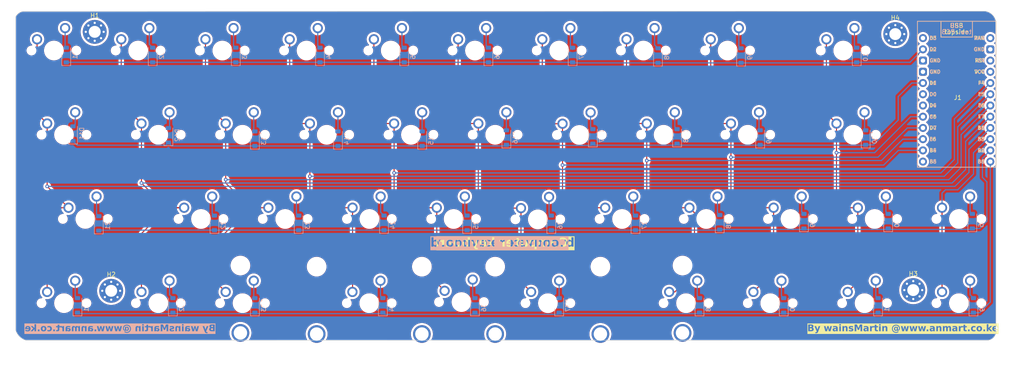
<source format=kicad_pcb>
(kicad_pcb (version 20221018) (generator pcbnew)
  (layers (0 "F.Cu" signal) (31 "B.Cu" signal) (34 "B.Paste" user) (35 "F.Paste" user) (36 "B.SilkS" user "B.Silkscreen") (37 "F.SilkS" user "F.Silkscreen") (38 "B.Mask" user) (39 "F.Mask" user) (44 "Edge.Cuts" user))
  (net 0 "")
  (net 1 "Net-(D1-A)")
  (net 2 "Net-(D2-A)")
  (net 3 "Net-(D3-A)")
  (net 4 "Net-(D4-A)")
  (net 5 "Net-(D5-A)")
  (net 6 "Net-(D6-A)")
  (net 7 "Net-(D7-A)")
  (net 8 "Net-(D8-A)")
  (net 9 "Net-(D9-A)")
  (net 10 "Net-(D10-A)")
  (net 11 "Net-(D11-A)")
  (net 12 "Net-(D12-A)")
  (net 13 "Net-(D13-A)")
  (net 14 "Net-(D14-A)")
  (net 15 "Net-(D15-A)")
  (net 16 "Net-(D16-A)")
  (net 17 "Net-(D17-A)")
  (net 18 "Net-(D18-A)")
  (net 19 "Net-(D19-A)")
  (net 20 "Net-(D20-A)")
  (net 21 "Net-(D21-A)")
  (net 22 "Net-(D22-A)")
  (net 23 "Net-(D23-A)")
  (net 24 "Net-(D24-A)")
  (net 25 "Net-(D25-A)")
  (net 26 "Net-(D26-A)")
  (net 27 "Net-(D27-A)")
  (net 28 "Net-(D28-A)")
  (net 29 "Net-(D29-A)")
  (net 30 "Net-(D30-A)")
  (net 31 "Net-(D31-A)")
  (net 32 "Net-(D32-A)")
  (net 33 "Net-(D33-A)")
  (net 34 "Net-(D34-A)")
  (net 35 "Net-(D36-A)")
  (net 36 "Net-(D37-A)")
  (net 37 "Net-(D38-A)")
  (net 38 "Net-(D40-A)")
  (net 39 "Net-(D41-A)")
  (net 43 "Net-(D35-A)")
  (net 44 "Net-(D39-A)")
  (net 45 "ROW1")
  (net 46 "ROW2")
  (net 47 "ROW3")
  (net 48 "ROW4")
  (net 49 "COL11")
  (net 50 "COL10")
  (net 51 "COL9")
  (net 52 "COL8")
  (net 53 "COL7")
  (net 54 "COL6")
  (net 55 "COL5")
  (net 56 "COL4")
  (net 57 "COL3")
  (net 58 "COL2")
  (net 59 "COL1")
  (footprint "marbastlib-mx:SW_MX_1u" (layer "F.Cu") (at 164.846 53.34)
    (fp_text reference "MX18" hide)
    (fp_text value "MX_SW_solder")
  )
  (footprint "marbastlib-mx:SW_MX_1.25u" (layer "F.Cu") (at 29.21 53.34)
    (fp_text reference "MX11" hide)
    (fp_text value "MX_SW_solder")
  )
  (footprint "marbastlib-mx:SW_MX_1u" (layer "F.Cu") (at 183.896 53.34)
    (fp_text reference "MX19" hide)
    (fp_text value "MX_SW_solder")
  )
  (footprint "marbastlib-mx:SW_MX_1.25u" (layer "F.Cu") (at 210.312 91.44)
    (fp_text reference "MX41" hide)
    (fp_text value "MX_SW_solder")
  )
  (footprint "MountingHole:MountingHole_2.7mm_M2.5_Pad_Via" (layer "F.Cu") (at 39.885 88.646)
    (fp_text reference "H2")
    (fp_text value "MountingHole_Pad")
  )
  (footprint "marbastlib-mx:SW_MX_1u" (layer "F.Cu") (at 88.646 53.34)
    (fp_text reference "MX14" hide)
    (fp_text value "MX_SW_solder")
  )
  (footprint "marbastlib-mx:SW_MX_1u" (layer "F.Cu") (at 50.546 53.34)
    (fp_text reference "MX12" hide)
    (fp_text value "MX_SW_solder")
  )
  (footprint "marbastlib-mx:SW_MX_1u" (layer "F.Cu") (at 145.796 53.386)
    (fp_text reference "MX17" hide)
    (fp_text value "MX_SW_solder")
  )
  (footprint "marbastlib-mx:STAB_MX_P_2.25u" (layer "F.Cu") (at 138.65225 91.44 180)
    (fp_text reference "S2" hide)
    (fp_text value "MX_stab")
  )
  (footprint "marbastlib-mx:SW_MX_1u" (layer "F.Cu") (at 107.696 53.34)
    (fp_text reference "MX15" hide)
    (fp_text value "MX_SW_solder")
  )
  (footprint "marbastlib-mx:SW_MX_1u" (layer "F.Cu") (at 98.26625 91.44)
    (fp_text reference "MX34" hide)
    (fp_text value "MX_SW_solder")
  )
  (footprint "MountingHole:MountingHole_2.7mm_M2.5_Pad_Via" (layer "F.Cu") (at 217.262109 30.572109)
    (fp_text reference "H4")
    (fp_text value "MountingHole_Pad")
  )
  (footprint "marbastlib-mx:SW_MX_1.25u" (layer "F.Cu") (at 29.21 91.44)
    (fp_text reference "MX31" hide)
    (fp_text value "MX_SW_solder")
  )
  (footprint "marbastlib-mx:SW_MX_1u" (layer "F.Cu") (at 231.648 72.39)
    (fp_text reference "MX35" hide)
    (fp_text value "MX_SW_solder")
  )
  (footprint "marbastlib-mx:SW_MX_1u" (layer "F.Cu") (at 117.348 72.39)
    (fp_text reference "MX25" hide)
    (fp_text value "MX_SW_solder")
  )
  (footprint "marbastlib-mx:SW_MX_1u" (layer "F.Cu") (at 60.198 72.39)
    (fp_text reference "MX22" hide)
    (fp_text value "MX_SW_solder")
  )
  (footprint "marbastlib-mx:SW_MX_1u" (layer "F.Cu") (at 174.498 72.39)
    (fp_text reference "MX28" hide)
    (fp_text value "MX_SW_solder")
  )
  (footprint "marbastlib-mx:SW_MX_1u" (layer "F.Cu") (at 160.274 34.29)
    (fp_text reference "MX8" hide)
    (fp_text value "MX_SW_solder")
  )
  (footprint "marbastlib-mx:SW_MX_1u" (layer "F.Cu") (at 69.596 91.44)
    (fp_text reference "MX33" hide)
    (fp_text value "MX_SW_solder")
  )
  (footprint "marbastlib-mx:SW_MX_1u" (layer "F.Cu") (at 84.074 34.29)
    (fp_text reference "MX4" hide)
    (fp_text value "MX_SW_solder")
  )
  (footprint "MountingHole:MountingHole_2.7mm_M2.5_Pad_Via" (layer "F.Cu") (at 36.160109 30.064109)
    (fp_text reference "H1")
    (fp_text value "MountingHole_Pad")
  )
  (footprint "marbastlib-mx:SW_MX_1u" (layer "F.Cu") (at 119.126 91.186)
    (fp_text reference "MX36" hide)
    (fp_text value "MX_SW_solder")
  )
  (footprint "marbastlib-mx:SW_MX_1.75u" (layer "F.Cu") (at 205.486 34.29)
    (fp_text reference "MX10" hide)
    (fp_text value "MX_SW_solder")
  )
  (footprint "marbastlib-mx:SW_MX_1u" (layer "F.Cu") (at 212.598 72.39)
    (fp_text reference "MX30" hide)
    (fp_text value "MX_SW_solder")
  )
  (footprint "MountingHole:MountingHole_2.7mm_M2.5_Pad_Via" (layer "F.Cu") (at 221.326109 88.484109)
    (fp_text reference "H3")
    (fp_text value "MountingHole_Pad")
  )
  (footprint "marbastlib-mx:SW_MX_1u" (layer "F.Cu") (at 26.924 34.29)
    (fp_text reference "MX1" hide)
    (fp_text value "MX_SW_solder")
  )
  (footprint "marbastlib-mx:SW_MX_1u" (layer "F.Cu") (at 138.684 91.44)
    (fp_text reference "MX37" hide)
    (fp_text value "MX_SW_solder")
  )
  (footprint "marbastlib-mx:SW_MX_1u" (layer "F.Cu") (at 193.548 72.39)
    (fp_text reference "MX29" hide)
    (fp_text value "MX_SW_solder")
  )
  (footprint "marbastlib-mx:SW_MX_1u" (layer "F.Cu") (at 231.648 91.44)
    (fp_text reference "MX39" hide)
    (fp_text value "MX_SW_solder")
  )
  (footprint "marbastlib-mx:SW_MX_1.75u" (layer "F.Cu") (at 34.036 72.39)
    (fp_text reference "MX21" hide)
    (fp_text value "MX_SW_solder")
  )
  (footprint "marbastlib-mx:STAB_MX_P_2u" (layer "F.Cu") (at 98.26625 91.44 180)
    (fp_text reference "S1" hide)
    (fp_text value "MX_stab")
  )
  (footprint "marbastlib-mx:SW_MX_1u" (layer "F.Cu") (at 103.124 34.29)
    (fp_text reference "MX5" hide)
    (fp_text value "MX_SW_solder")
  )
  (footprint "marbastlib-xp-promicroish:ProMicro_Reversible_Single" (layer "F.Cu") (at 231.14 45.4515)
    (fp_text reference "J1")
    (fp_text value "Conn_02x12_Top_Bottom")
  )
  (footprint "marbastlib-mx:STAB_MX_P_6.25u" (layer "F.Cu") (at 119.126 91.186 180)
    (fp_text reference "S3" hide)
    (fp_text value "MX_stab")
  )
  (footprint "marbastlib-mx:SW_MX_1u" (layer "F.Cu") (at 179.324 34.29)
    (fp_text reference "MX9" hide)
    (fp_text value "MX_SW_solder")
  )
  (footprint "marbastlib-mx:SW_MX_1u" (layer "F.Cu") (at 122.174 34.29)
    (fp_text reference "MX6" hide)
    (fp_text value "MX_SW_solder")
  )
  (footprint "marbastlib-mx:SW_MX_1.5u" (layer "F.Cu") (at 207.772 53.34)
    (fp_text reference "MX20" hide)
    (fp_text value "MX_SW_solder")
  )
  (footprint "marbastlib-mx:SW_MX_1u" (layer "F.Cu") (at 65.024 34.29)
    (fp_text reference "MX3" hide)
    (fp_text value "MX_SW_solder")
  )
  (footprint "marbastlib-mx:SW_MX_1u" (layer "F.Cu") (at 50.546 91.44)
    (fp_text reference "MX32" hide)
    (fp_text value "MX_SW_solder")
  )
  (footprint "marbastlib-mx:SW_MX_1u" (layer "F.Cu") (at 188.976 91.44)
    (fp_text reference "MX40" hide)
    (fp_text value "MX_SW_solder")
  )
  (footprint "marbastlib-mx:SW_MX_1u" (layer "F.Cu") (at 169.926 91.44)
    (fp_text reference "MX38" hide)
    (fp_text value "MX_SW_solder")
  )
  (footprint "marbastlib-mx:SW_MX_1u" (layer "F.Cu") (at 98.298 72.39)
    (fp_text reference "MX24" hide)
    (fp_text value "MX_SW_solder")
  )
  (footprint "marbastlib-mx:SW_MX_1u" (layer "F.Cu") (at 136.398 72.482)
    (fp_text reference "MX26" hide)
    (fp_text value "MX_SW_solder")
  )
  (footprint "marbastlib-mx:SW_MX_1u" (layer "F.Cu") (at 79.248 72.39)
    (fp_text reference "MX23" hide)
    (fp_text value "MX_SW_solder")
  )
  (footprint "marbastlib-mx:SW_MX_1u" (layer "F.Cu") (at 155.448 72.39)
    (fp_text reference "MX27" hide)
    (fp_text value "MX_SW_solder")
  )
  (footprint "marbastlib-mx:SW_MX_1u" (layer "F.Cu") (at 45.974 34.29)
    (fp_text reference "MX2" hide)
    (fp_text value "MX_SW_solder")
  )
  (footprint "marbastlib-mx:SW_MX_1u" (layer "F.Cu") (at 126.746 53.34)
    (fp_text reference "MX16" hide)
    (fp_text value "MX_SW_solder")
  )
  (footprint "marbastlib-mx:SW_MX_1u" (layer "F.Cu") (at 141.224 34.29)
    (fp_text reference "MX7" hide)
    (fp_text value "MX_SW_solder")
  )
  (footprint "marbastlib-mx:SW_MX_1u" (layer "F.Cu") (at 69.596 53.34)
    (fp_text reference "MX13" hide)
    (fp_text value "MX_SW_solder")
  )
  (footprint "Diode_SMD:D_SOD-123" (layer "B.Cu") (at 37.084 73.406 90)
    (fp_text reference "D21")
    (fp_text value "D_Small")
  )
  (footprint "Diode_SMD:D_SOD-123" (layer "B.Cu") (at 234.696 72.898 90)
    (fp_text reference "D35")
    (fp_text value "D_Small")
  )
  (footprint "Diode_SMD:D_SOD-123" (layer "B.Cu") (at 129.286 53.976 90)
    (fp_text reference "D16")
    (fp_text value "D_Small")
  )
  (footprint "Diode_SMD:D_SOD-123" (layer "B.Cu") (at 101.6 73.28 90)
    (fp_text reference "D24")
    (fp_text value "D_Small")
  )
  (footprint "Diode_SMD:D_SOD-123" (layer "B.Cu") (at 215.646 72.898 90)
    (fp_text reference "D30")
    (fp_text value "D_Small")
  )
  (footprint "Diode_SMD:D_SOD-123" (layer "B.Cu") (at 120.396 73.28 90)
    (fp_text reference "D25")
    (fp_text value "D_Small")
  )
  (footprint "Diode_SMD:D_SOD-123" (layer "B.Cu") (at 125.222 35.306 90)
    (fp_text reference "D6")
    (fp_text value "D_Small")
  )
  (footprint "Diode_SMD:D_SOD-123" (layer "B.Cu") (at 210.566 53.976 90)
    (fp_text reference "D20")
    (fp_text value "D_Small")
  )
  (footprint "Diode_SMD:D_SOD-123" (layer "B.Cu") (at 208.534 35.306 90)
    (fp_text reference "D10")
    (fp_text value "D_Small")
  )
  (footprint "Diode_SMD:D_SOD-123" (layer "B.Cu") (at 29.718 35.306 90)
    (fp_text reference "D1")
    (fp_text value "D_Small")
  )
  (footprint "Diode_SMD:D_SOD-123" (layer "B.Cu") (at 72.39 54.23 90)
    (fp_text reference "D13")
    (fp_text value "D_Small")
  )
  (footprint "Diode_SMD:D_SOD-123" (layer "B.Cu") (at 49.276 35.306 90)
    (fp_text reference "D2")
    (fp_text value "D_Small")
  )
  (footprint "Diode_SMD:D_SOD-123" (layer "B.Cu") (at 172.974 91.948 90)
    (fp_text reference "D38")
    (fp_text value "D_Small")
  )
  (footprint "Diode_SMD:D_SOD-123" (layer "B.Cu") (at 163.576 35.434 90)
    (fp_text reference "D8")
    (fp_text value "D_Small")
  )
  (footprint "Diode_SMD:D_SOD-123" (layer "B.Cu") (at 122.174 91.948 90)
    (fp_text reference "D36")
    (fp_text value "D_Small")
  )
  (footprint "Diode_SMD:D_SOD-123" (layer "B.Cu") (at 32.258 91.948 90)
    (fp_text reference "D31")
    (fp_text value "D_Small")
  )
  (footprint "Diode_SMD:D_SOD-123" (layer "B.Cu") (at 177.546 73.152 90)
    (fp_text reference "D28")
    (fp_text value "D_Small")
  )
  (footprint "Diode_SMD:D_SOD-123" (layer "B.Cu") (at 182.372 35.434 90)
    (fp_text reference "D9")
    (fp_text value "D_Small")
  )
  (footprint "Diode_SMD:D_SOD-123" (layer "B.Cu") (at 167.894 53.722 90)
    (fp_text reference "D18")
    (fp_text value "D_Small")
  )
  (footprint "Diode_SMD:D_SOD-123" (layer "B.Cu") (at 144.272 35.306 90)
    (fp_text reference "D7")
    (fp_text value "D_Small")
  )
  (footprint "Diode_SMD:D_SOD-123" (layer "B.Cu") (at 68.072 35.306 90)
    (fp_text reference "D3")
    (fp_text value "D_Small")
  )
  (footprint "Diode_SMD:D_SOD-123" (layer "B.Cu") (at 101.346 91.948 90)
    (fp_text reference "D34")
    (fp_text value "D_Small")
  )
  (footprint "Diode_SMD:D_SOD-123" (layer "B.Cu") (at 141.224 91.948 90)
    (fp_text reference "D37")
    (fp_text value "D_Small")
  )
  (footprint "Diode_SMD:D_SOD-123" (layer "B.Cu") (at 148.844 53.722 90)
    (fp_text reference "D17")
    (fp_text value "D_Small")
  )
  (footprint "Diode_SMD:D_SOD-123" (layer "B.Cu") (at 72.39 91.948 90)
    (fp_text reference "D33")
    (fp_text value "D_Small")
  )
  (footprint "Diode_SMD:D_SOD-123" (layer "B.Cu") (at 196.596 72.898 90)
    (fp_text reference "D29")
    (fp_text value "D_Small")
  )
  (footprint "Diode_SMD:D_SOD-123" (layer "B.Cu") (at 234.95 91.948 90)
    (fp_text reference "D39")
    (fp_text value "D_Small")
  )
  (footprint "Diode_SMD:D_SOD-123" (layer "B.Cu") (at 82.296 73.28 90)
    (fp_text reference "D23")
    (fp_text value "D_Small")
  )
  (footprint "Diode_SMD:D_SOD-123" (layer "B.Cu") (at 63.246 73.28 90)
    (fp_text reference "D22")
    (fp_text value "D_Small")
  )
  (footprint "Diode_SMD:D_SOD-123" (layer "B.Cu") (at 110.236 54.23 90)
    (fp_text reference "D15")
    (fp_text value "D_Small")
  )
  (footprint "Diode_SMD:D_SOD-123" (layer "B.Cu") (at 91.186 54.23 90)
    (fp_text reference "D14")
    (fp_text value "D_Small")
  )
  (footprint "Diode_SMD:D_SOD-123" (layer "B.Cu") (at 53.848 91.948 90)
    (fp_text reference "D32")
    (fp_text value "D_Small")
  )
  (footprint "Diode_SMD:D_SOD-123" (layer "B.Cu") (at 213.36 91.948 90)
    (fp_text reference "D41")
    (fp_text value "D_Small")
  )
  (footprint "Diode_SMD:D_SOD-123" (layer "B.Cu") (at 158.496 73.28 90)
    (fp_text reference "D27")
    (fp_text value "D_Small")
  )
  (footprint "Diode_SMD:D_SOD-123" (layer "B.Cu") (at 186.69 53.976 90)
    (fp_text reference "D19")
    (fp_text value "D_Small")
  )
  (footprint "Diode_SMD:D_SOD-123" (layer "B.Cu") (at 31.242 53.086 90)
    (fp_text reference "D11")
    (fp_text value "D_Small")
  )
  (footprint "Diode_SMD:D_SOD-123" (layer "B.Cu") (at 87.122 35.306 90)
    (fp_text reference "D4")
    (fp_text value "D_Small")
  )
  (footprint "Diode_SMD:D_SOD-123" (layer "B.Cu") (at 139.446 73.28 90)
    (fp_text reference "D26")
    (fp_text value "D_Small")
  )
  (footprint "Diode_SMD:D_SOD-123" (layer "B.Cu") (at 52.832 53.468 90)
    (fp_text reference "D12")
    (fp_text value "D_Small")
  )
  (footprint "Diode_SMD:D_SOD-123" (layer "B.Cu") (at 106.172 35.306 90)
    (fp_text reference "D5")
    (fp_text value "D_Small")
  )
  (footprint "Diode_SMD:D_SOD-123" (layer "B.Cu") (at 192.024 91.948 90)
    (fp_text reference "D40")
    (fp_text value "D_Small")
  )
  (gr_arc (start 237.606262 25.413019) (mid 239.260734 26.25199) (end 240.029999 27.94) (stroke (width 0.1)) (layer "Edge.Cuts"))
  (gr_line (start 18.288 26.67) (end 18.288 97.536) (stroke (width 0.1)) (layer "Edge.Cuts"))
  (gr_line (start 19.829739 25.467685) (end 237.606262 25.413019) (stroke (width 0.1)) (layer "Edge.Cuts"))
  (gr_line (start 237.998 99.837813) (end 20.574 99.822) (stroke (width 0.1)) (layer "Edge.Cuts"))
  (gr_line (start 240.030002 97.536) (end 240.029999 27.94) (stroke (width 0.1)) (layer "Edge.Cuts"))
  (gr_arc (start 240.030002 97.536) (mid 239.533202 99.145249) (end 237.998 99.837813) (stroke (width 0.1)) (layer "Edge.Cuts"))
  (gr_arc (start 18.288 26.67) (mid 18.922917 25.894509) (end 19.829739 25.467685) (stroke (width 0.1)) (layer "Edge.Cuts"))
  (gr_arc (start 20.574 99.822) (mid 19.147106 98.962894) (end 18.288 97.536) (stroke (width 0.1)) (layer "Edge.Cuts"))
  (gr_text "Computer keyboard " (at 143.256 78.994) (layer "B.SilkS" knockout) (effects (font (size 2 2) (thickness 0.3) bold) (justify left bottom mirror)))
  (gr_text "By wainsMartin @www.anmart.co.ke" (at 63.5 98.044) (layer "B.SilkS" knockout) (effects (font (size 1.5 1.5) (thickness 0.3) bold italic) (justify left bottom mirror)))
  (gr_text "By wainsMartin @www.anmart.co.ke" (at 197.358 98.044) (layer "F.SilkS" knockout) (effects (font (size 1.5 1.5) (thickness 0.3) bold italic) (justify left bottom)))
  (gr_text "Computer keyboard " (at 113.538 78.994) (layer "F.SilkS" knockout) (effects (font (size 2 2) (thickness 0.3) bold) (justify left bottom)))
  (segment (start 29.464 33.402) (end 29.718 33.656) (width 0.25) (layer "B.Cu") (net 1))
  (segment (start 29.464 29.21) (end 29.464 33.402) (width 0.25) (layer "B.Cu") (net 1))
  (segment (start 48.514 29.21) (end 48.514 32.894) (width 0.25) (layer "B.Cu") (net 2))
  (segment (start 48.514 32.894) (end 49.276 33.656) (width 0.25) (layer "B.Cu") (net 2))
  (segment (start 67.564 29.21) (end 67.564 33.148) (width 0.25) (layer "B.Cu") (net 3))
  (segment (start 67.564 33.148) (end 68.072 33.656) (width 0.25) (layer "B.Cu") (net 3))
  (segment (start 86.614 33.148) (end 87.122 33.656) (width 0.25) (layer "B.Cu") (net 4))
  (segment (start 86.614 29.21) (end 86.614 33.148) (width 0.25) (layer "B.Cu") (net 4))
  (segment (start 105.664 33.148) (end 106.172 33.656) (width 0.25) (layer "B.Cu") (net 5))
  (segment (start 105.664 29.21) (end 105.664 33.148) (width 0.25) (layer "B.Cu") (net 5))
  (segment (start 124.714 29.21) (end 124.714 33.148) (width 0.25) (layer "B.Cu") (net 6))
  (segment (start 124.714 33.148) (end 125.222 33.656) (width 0.25) (layer "B.Cu") (net 6))
  (segment (start 143.764 33.528) (end 144.272 34.036) (width 0.25) (layer "B.Cu") (net 7))
  (segment (start 144.272 34.036) (end 144.272 33.656) (width 0.25) (layer "B.Cu") (net 7))
  (segment (start 143.764 29.21) (end 143.764 33.528) (width 0.25) (layer "B.Cu") (net 7))
  (segment (start 162.814 33.022) (end 163.576 33.784) (width 0.25) (layer "B.Cu") (net 8))
  (segment (start 162.814 29.21) (end 162.814 33.022) (width 0.25) (layer "B.Cu") (net 8))
  (segment (start 181.864 33.276) (end 182.372 33.784) (width 0.25) (layer "B.Cu") (net 9))
  (segment (start 181.864 29.21) (end 181.864 33.276) (width 0.25) (layer "B.Cu") (net 9))
  (segment (start 208.026 33.148) (end 208.534 33.656) (width 0.25) (layer "B.Cu") (net 10))
  (segment (start 208.026 29.21) (end 208.026 33.148) (width 0.25) (layer "B.Cu") (net 10))
  (segment (start 31.75 50.928) (end 31.242 51.436) (width 0.25) (layer "B.Cu") (net 11))
  (segment (start 31.75 48.26) (end 31.75 50.928) (width 0.25) (layer "B.Cu") (net 11))
  (segment (start 53.086 51.564) (end 52.832 51.818) (width 0.25) (layer "B.Cu") (net 12))
  (segment (start 53.086 48.26) (end 53.086 51.564) (width 0.25) (layer "B.Cu") (net 12))
  (segment (start 72.136 48.26) (end 72.136 52.326) (width 0.25) (layer "B.Cu") (net 13))
  (segment (start 72.136 52.326) (end 72.39 52.58) (width 0.25) (layer "B.Cu") (net 13))
  (segment (start 91.186 48.26) (end 91.186 52.58) (width 0.25) (layer "B.Cu") (net 14))
  (segment (start 110.236 48.26) (end 110.236 52.58) (width 0.25) (layer "B.Cu") (net 15))
  (segment (start 129.286 48.26) (end 129.286 52.326) (width 0.25) (layer "B.Cu") (net 16))
  (segment (start 148.336 51.564) (end 148.844 52.072) (width 0.25) (layer "B.Cu") (net 17))
  (segment (start 148.336 48.306) (end 148.336 51.564) (width 0.25) (layer "B.Cu") (net 17))
  (segment (start 167.386 48.26) (end 167.386 51.564) (width 0.25) (layer "B.Cu") (net 18))
  (segment (start 167.386 51.564) (end 167.894 52.072) (width 0.25) (layer "B.Cu") (net 18))
  (segment (start 186.436 48.26) (end 186.436 52.072) (width 0.25) (layer "B.Cu") (net 19))
  (segment (start 186.436 52.072) (end 186.69 52.326) (width 0.25) (layer "B.Cu") (net 19))
  (segment (start 210.312 52.072) (end 210.566 52.326) (width 0.25) (layer "B.Cu") (net 20))
  (segment (start 210.312 48.26) (end 210.312 52.072) (width 0.25) (layer "B.Cu") (net 20))
  (segment (start 36.576 71.248) (end 37.084 71.756) (width 0.25) (layer "B.Cu") (net 21))
  (segment (start 36.576 67.31) (end 36.576 71.248) (width 0.25) (layer "B.Cu") (net 21))
  (segment (start 62.738 71.122) (end 63.246 71.63) (width 0.25) (layer "B.Cu") (net 22))
  (segment (start 62.738 67.31) (end 62.738 71.122) (width 0.25) (layer "B.Cu") (net 22))
  (segment (start 81.788 71.122) (end 82.296 71.63) (width 0.25) (layer "B.Cu") (net 23))
  (segment (start 81.788 67.31) (end 81.788 71.122) (width 0.25) (layer "B.Cu") (net 23))
  (segment (start 100.838 70.868) (end 101.6 71.63) (width 0.25) (layer "B.Cu") (net 24))
  (segment (start 100.838 67.31) (end 100.838 70.868) (width 0.25) (layer "B.Cu") (net 24))
  (segment (start 119.888 67.31) (end 119.888 71.122) (width 0.25) (layer "B.Cu") (net 25))
  (segment (start 119.888 71.122) (end 120.396 71.63) (width 0.25) (layer "B.Cu") (net 25))
  (segment (start 138.938 67.402) (end 138.938 71.122) (width 0.25) (layer "B.Cu") (net 26))
  (segment (start 138.938 71.122) (end 139.446 71.63) (width 0.25) (layer "B.Cu") (net 26))
  (segment (start 157.988 71.122) (end 158.496 71.63) (width 0.25) (layer "B.Cu") (net 27))
  (segment (start 157.988 67.31) (end 157.988 71.122) (width 0.25) (layer "B.Cu") (net 27))
  (segment (start 177.038 70.994) (end 177.546 71.502) (width 0.25) (layer "B.Cu") (net 28))
  (segment (start 177.038 67.31) (end 177.038 70.994) (width 0.25) (layer "B.Cu") (net 28))
  (segment (start 196.088 67.31) (end 196.088 70.74) (width 0.25) (layer "B.Cu") (net 29))
  (segment (start 196.088 70.74) (end 196.596 71.248) (width 0.25) (layer "B.Cu") (net 29))
  (segment (start 215.138 70.74) (end 215.646 71.248) (width 0.25) (layer "B.Cu") (net 30))
  (segment (start 215.138 67.31) (end 215.138 70.74) (width 0.25) (layer "B.Cu") (net 30))
  (segment (start 31.75 86.36) (end 31.75 89.79) (width 0.25) (layer "B.Cu") (net 31))
  (segment (start 31.75 89.79) (end 32.258 90.298) (width 0.25) (layer "B.Cu") (net 31))
  (segment (start 53.086 89.536) (end 53.848 90.298) (width 0.25) (layer "B.Cu") (net 32))
  (segment (start 53.086 86.36) (end 53.086 89.536) (width 0.25) (layer "B.Cu") (net 32))
  (segment (start 72.136 90.044) (end 72.39 90.298) (width 0.25) (layer "B.Cu") (net 33))
  (segment (start 72.136 86.36) (end 72.136 90.044) (width 0.25) (layer "B.Cu") (net 33))
  (segment (start 100.80625 86.36) (end 100.80625 89.75825) (width 0.25) (layer "B.Cu") (net 34))
  (segment (start 100.80625 89.75825) (end 101.346 90.298) (width 0.25) (layer "B.Cu") (net 34))
  (segment (start 121.666 89.79) (end 122.174 90.298) (width 0.25) (layer "B.Cu") (net 35))
  (segment (start 121.666 86.106) (end 121.666 89.79) (width 0.25) (layer "B.Cu") (net 35))
  (segment (start 141.224 86.36) (end 141.224 90.298) (width 0.25) (layer "B.Cu") (net 36))
  (segment (start 172.466 86.36) (end 172.466 89.79) (width 0.25) (layer "B.Cu") (net 37))
  (segment (start 172.466 89.79) (end 172.974 90.298) (width 0.25) (layer "B.Cu") (net 37))
  (segment (start 191.516 86.36) (end 191.516 89.79) (width 0.25) (layer "B.Cu") (net 38))
  (segment (start 191.516 89.79) (end 192.024 90.298) (width 0.25) (layer "B.Cu") (net 38))
  (segment (start 212.852 89.79) (end 213.36 90.298) (width 0.25) (layer "B.Cu") (net 39))
  (segment (start 212.852 86.36) (end 212.852 89.79) (width 0.25) (layer "B.Cu") (net 39))
  (segment (start 234.188 70.74) (end 234.696 71.248) (width 0.25) (layer "B.Cu") (net 43))
  (segment (start 234.188 67.31) (end 234.188 70.74) (width 0.25) (layer "B.Cu") (net 43))
  (segment (start 234.188 89.536) (end 234.95 90.298) (width 0.25) (layer "B.Cu") (net 44))
  (segment (start 234.188 86.36) (end 234.188 89.536) (width 0.25) (layer "B.Cu") (net 44))
  (segment (start 125.222 36.956) (end 106.3 36.956) (width 0.25) (layer "B.Cu") (net 45))
  (segment (start 87.122 36.956) (end 68.072 36.956) (width 0.25) (layer "B.Cu") (net 45))
  (segment (start 144.4 37.084) (end 144.272 36.956) (width 0.25) (layer "B.Cu") (net 45))
  (segment (start 208.406 37.084) (end 182.372 37.084) (width 0.25) (layer "B.Cu") (net 45))
  (segment (start 144.272 36.956) (end 125.222 36.956) (width 0.25) (layer "B.Cu") (net 45))
  (segment (start 163.576 37.084) (end 144.4 37.084) (width 0.25) (layer "B.Cu") (net 45))
  (segment (start 68.072 36.956) (end 49.276 36.956) (width 0.25) (layer "B.Cu") (net 45))
  (segment (start 106.3 36.956) (end 106.172 37.084) (width 0.25) (layer "B.Cu") (net 45))
  (segment (start 49.276 36.956) (end 29.718 36.956) (width 0.25) (layer "B.Cu") (net 45))
  (segment (start 87.122 36.956) (end 106.172 36.956) (width 0.25) (layer "B.Cu") (net 45))
  (segment (start 220.5855 36.956) (end 223.52 34.0215) (width 0.25) (layer "B.Cu") (net 45))
  (segment (start 106.172 37.084) (end 106.172 36.956) (width 0.25) (layer "B.Cu") (net 45))
  (segment (start 208.534 36.956) (end 208.406 37.084) (width 0.25) (layer "B.Cu") (net 45))
  (segment (start 182.372 37.084) (end 163.576 37.084) (width 0.25) (layer "B.Cu") (net 45))
  (segment (start 208.534 36.956) (end 220.5855 36.956) (width 0.25) (layer "B.Cu") (net 45))
  (segment (start 210.4831 55.7089) (end 210.566 55.626) (width 0.25) (layer "B.Cu") (net 46))
  (segment (start 53.594 55.88) (end 72.39 55.88) (width 0.25) (layer "B.Cu") (net 46))
  (segment (start 31.242 54.736) (end 32.2149 55.7089) (width 0.25) (layer "B.Cu") (net 46))
  (segment (start 167.894 55.372) (end 168.2309 55.7089) (width 0.25) (layer "B.Cu") (net 46))
  (segment (start 32.2149 55.7089) (end 52.2411 55.7089) (width 0.25) (layer "B.Cu") (net 46))
  (segment (start 210.566 55.626) (end 212.333767 55.626) (width 0.25) (layer "B.Cu") (net 46))
  (segment (start 212.333767 55.626) (end 217.932 50.027767) (width 0.25) (layer "B.Cu") (net 46))
  (segment (start 148.4611 55.7549) (end 148.844 55.372) (width 0.25) (layer "B.Cu") (net 46))
  (segment (start 52.832 55.118) (end 53.594 55.88) (width 0.25) (layer "B.Cu") (net 46))
  (segment (start 220.9945 41.6415) (end 223.52 41.6415) (width 0.25) (layer "B.Cu") (net 46))
  (segment (start 149.1809 55.7089) (end 167.5571 55.7089) (width 0.25) (layer "B.Cu") (net 46))
  (segment (start 217.932 50.027767) (end 217.932 44.704) (width 0.25) (layer "B.Cu") (net 46))
  (segment (start 167.5571 55.7089) (end 167.894 55.372) (width 0.25) (layer "B.Cu") (net 46))
  (segment (start 148.844 55.372) (end 149.1809 55.7089) (width 0.25) (layer "B.Cu") (net 46))
  (segment (start 168.2309 55.7089) (end 186.6071 55.7089) (width 0.25) (layer "B.Cu") (net 46))
  (segment (start 110.236 55.88) (end 129.032 55.88) (width 0.25) (layer "B.Cu") (net 46))
  (segment (start 129.4149 55.7549) (end 148.4611 55.7549) (width 0.25) (layer "B.Cu") (net 46))
  (segment (start 91.186 55.88) (end 110.236 55.88) (width 0.25) (layer "B.Cu") (net 46))
  (segment (start 52.2411 55.7089) (end 52.832 55.118) (width 0.25) (layer "B.Cu") (net 46))
  (segment (start 72.39 55.88) (end 91.186 55.88) (width 0.25) (layer "B.Cu") (net 46))
  (segment (start 129.286 55.626) (end 129.4149 55.7549) (width 0.25) (layer "B.Cu") (net 46))
  (segment (start 186.7729 55.7089) (end 210.4831 55.7089) (width 0.25) (layer "B.Cu") (net 46))
  (segment (start 186.69 55.626) (end 186.7729 55.7089) (width 0.25) (layer "B.Cu") (net 46))
  (segment (start 129.032 55.88) (end 129.286 55.626) (width 0.25) (layer "B.Cu") (net 46))
  (segment (start 186.6071 55.7089) (end 186.69 55.626) (width 0.25) (layer "B.Cu") (net 46))
  (segment (start 217.932 44.704) (end 220.9945 41.6415) (width 0.25) (layer "B.Cu") (net 46))
  (segment (start 196.3851 74.7589) (end 177.5891 74.7589) (width 0.25) (layer "B.Cu") (net 47))
  (segment (start 177.418 74.93) (end 158.496 74.93) (width 0.25) (layer "B.Cu") (net 47))
  (segment (start 177.5891 74.7589) (end 177.546 74.802) (width 0.25) (layer "B.Cu") (net 47))
  (segment (start 196.596 74.548) (end 196.3851 74.7589) (width 0.25) (layer "B.Cu") (net 47))
  (segment (start 196.596 74.548) (end 196.8069 74.7589) (width 0.25) (layer "B.Cu") (net 47))
  (segment (start 82.296 74.93) (end 63.246 74.93) (width 0.25) (layer "B.Cu") (net 47))
  (segment (start 236.982 58.6595) (end 236.982 62.992) (width 0.25) (layer "B.Cu") (net 47))
  (segment (start 215.8569 74.7589) (end 234.4851 74.7589) (width 0.25) (layer "B.Cu") (net 47))
  (segment (start 63.246 74.93) (end 37.21 74.93) (width 0.25) (layer "B.Cu") (net 47))
  (segment (start 37.21 74.93) (end 37.084 75.056) (width 0.25) (layer "B.Cu") (net 47))
  (segment (start 215.646 74.548) (end 215.8569 74.7589) (width 0.25) (layer "B.Cu") (net 47))
  (segment (start 236.348 74.548) (end 234.696 74.548) (width 0.25) (layer "B.Cu") (net 47))
  (segment (start 120.396 74.93) (end 101.6 74.93) (width 0.25) (layer "B.Cu") (net 47))
  (segment (start 237.978 72.918) (end 236.348 74.548) (width 0.25) (layer "B.Cu") (net 47))
  (segment (start 177.546 74.802) (end 177.418 74.93) (width 0.25) (layer "B.Cu") (net 47))
  (segment (start 196.8069 74.7589) (end 215.4351 74.7589) (width 0.25) (layer "B.Cu") (net 47))
  (segment (start 237.978 63.988) (end 237.978 72.918) (width 0.25) (layer "B.Cu") (net 47))
  (segment (start 215.4351 74.7589) (end 215.646 74.548) (width 0.25) (layer "B.Cu") (net 47))
  (segment (start 139.446 74.93) (end 120.396 74.93) (width 0.25) (layer "B.Cu") (net 47))
  (segment (start 234.4851 74.7589) (end 234.696 74.548) (width 0.25) (layer "B.Cu") (net 47))
  (segment (start 158.496 74.93) (end 139.446 74.93) (width 0.25) (layer "B.Cu") (net 47))
  (segment (start 238.76 56.8815) (end 236.982 58.6595) (width 0.25) (layer "B.Cu") (net 47))
  (segment (start 101.6 74.93) (end 82.296 74.93) (width 0.25) (layer "B.Cu") (net 47))
  (segment (start 236.982 62.992) (end 237.978 63.988) (width 0.25) (layer "B.Cu") (net 47))
  (segment (start 72.39 93.598) (end 72.6009 93.8089) (width 0.25) (layer "B.Cu") (net 48))
  (segment (start 238.76 59.4215) (end 238.76 91.186) (width 0.25) (layer "B.Cu") (net 48))
  (segment (start 173.1849 93.8089) (end 191.8131 93.8089) (width 0.25) (layer "B.Cu") (net 48))
  (segment (start 72.1791 93.8089) (end 72.39 93.598) (width 0.25) (layer "B.Cu") (net 48))
  (segment (start 213.5709 93.8089) (end 234.7391 93.8089) (width 0.25) (layer "B.Cu") (net 48))
  (segment (start 53.6371 93.8089) (end 53.848 93.598) (width 0.25) (layer "B.Cu") (net 48))
  (segment (start 192.2349 93.8089) (end 213.1491 93.8089) (width 0.25) (layer "B.Cu") (net 48))
  (segment (start 32.258 93.598) (end 32.4689 93.8089) (width 0.25) (layer "B.Cu") (net 48))
  (segment (start 234.7391 93.8089) (end 234.95 93.598) (width 0.25) (layer "B.Cu") (net 48))
  (segment (start 140.97 93.98) (end 140.97 93.852) (width 0.25) (layer "B.Cu") (net 48))
  (segment (start 101.1351 93.8089) (end 101.346 93.598) (width 0.25) (layer "B.Cu") (net 48))
  (segment (start 236.348 93.598) (end 234.95 93.598) (width 0.25) (layer "B.Cu") (net 48))
  (segment (start 32.4689 93.8089) (end 53.6371 93.8089) (width 0.25) (layer "B.Cu") (net 48))
  (segment (start 53.848 93.598) (end 54.0589 93.8089) (width 0.25) (layer "B.Cu") (net 48))
  (segment (start 141.224 93.598) (end 141.4349 93.8089) (width 0.25) (layer "B.Cu") (net 48))
  (segment (start 172.7631 93.8089) (end 172.974 93.598) (width 0.25) (layer "B.Cu") (net 48))
  (segment (start 101.728 93.98) (end 140.97 93.98) (width 0.25) (layer "B.Cu") (net 48))
  (segment (start 213.1491 93.8089) (end 213.36 93.598) (width 0.25) (layer "B.Cu") (net 48))
  (segment (start 191.8131 93.8089) (end 192.024 93.598) (width 0.25) (layer "B.Cu") (net 48))
  (segment (start 101.346 93.598) (end 101.728 93.98) (width 0.25) (layer "B.Cu") (net 48))
  (segment (start 238.76 91.186) (end 236.348 93.598) (width 0.25) (layer "B.Cu") (net 48))
  (segment (start 141.4349 93.8089) (end 172.7631 93.8089) (width 0.25) (layer "B.Cu") (net 48))
  (segment (start 172.974 93.598) (end 173.1849 93.8089) (width 0.25) (layer "B.Cu") (net 48))
  (segment (start 192.024 93.598) (end 192.2349 93.8089) (width 0.25) (layer "B.Cu") (net 48))
  (segment (start 54.0589 93.8089) (end 72.1791 93.8089) (width 0.25) (layer "B.Cu") (net 48))
  (segment (start 140.97 93.852) (end 141.224 93.598) (width 0.25) (layer "B.Cu") (net 48))
  (segment (start 213.36 93.598) (end 213.5709 93.8089) (width 0.25) (layer "B.Cu") (net 48))
  (segment (start 72.6009 93.8089) (end 101.1351 93.8089) (width 0.25) (layer "B.Cu") (net 48))
  (segment (start 227.838 69.85) (end 227.838 88.9) (width 0.25) (layer "F.Cu") (net 49))
  (segment (start 238.0125 54.3415) (end 234.95 57.404) (width 0.25) (layer "B.Cu") (net 49))
  (segment (start 231.394 65.786) (end 228.6 65.786) (width 0.25) (layer "B.Cu") (net 49))
  (segment (start 234.95 57.404) (end 234.95 62.23) (width 0.25) (layer "B.Cu") (net 49))
  (segment (start 234.95 62.23) (end 231.394 65.786) (width 0.25) (layer "B.Cu") (net 49))
  (segment (start 238.76 54.3415) (end 238.0125 54.3415) (width 0.25) (layer "B.Cu") (net 49))
  (segment (start 228.6 65.786) (end 227.838 66.548) (width 0.25) (layer "B.Cu") (net 49))
  (segment (start 227.838 66.548) (end 227.838 69.85) (width 0.25) (layer "B.Cu") (net 49))
  (segment (start 205.994 69.85) (end 208.788 69.85) (width 0.25) (layer "F.Cu") (net 50))
  (segment (start 201.676 48.514) (end 203.962 50.8) (width 0.25) (layer "F.Cu") (net 50))
  (segment (start 203.962 57.404) (end 203.962 67.818) (width 0.25) (layer "F.Cu") (net 50))
  (segment (start 201.676 31.75) (end 201.676 48.514) (width 0.25) (layer "F.Cu") (net 50))
  (segment (start 203.962 50.8) (end 203.962 57.404) (width 0.25) (layer "F.Cu") (net 50))
  (segment (start 208.788 69.85) (end 208.788 86.614) (width 0.25) (layer "F.Cu") (net 50))
  (segment (start 203.962 67.818) (end 205.994 69.85) (width 0.25) (layer "F.Cu") (net 50))
  (segment (start 208.788 86.614) (end 206.502 88.9) (width 0.25) (layer "F.Cu") (net 50))
  (via (at 203.962 57.404) (size 0.8) (drill 0.4) (layers "F.Cu" "B.Cu") (net 50))
  (segment (start 212.598 57.404) (end 203.962 57.404) (width 0.25) (layer "B.Cu") (net 50))
  (segment (start 220.7405 49.2615) (end 212.598 57.404) (width 0.25) (layer "B.Cu") (net 50))
  (segment (start 223.52 49.2615) (end 220.7405 49.2615) (width 0.25) (layer "B.Cu") (net 50))
  (segment (start 189.738 84.328) (end 185.166 88.9) (width 0.25) (layer "F.Cu") (net 51))
  (segment (start 182.88 69.85) (end 189.738 69.85) (width 0.25) (layer "F.Cu") (net 51))
  (segment (start 175.514 49.022) (end 177.292 50.8) (width 0.25) (layer "F.Cu") (net 51))
  (segment (start 175.514 31.75) (end 175.514 49.022) (width 0.25) (layer "F.Cu") (net 51))
  (segment (start 180.086 67.056) (end 182.88 69.85) (width 0.25) (layer "F.Cu") (net 51))
  (segment (start 180.086 50.8) (end 180.086 67.056) (width 0.25) (layer "F.Cu") (net 51))
  (segment (start 189.738 69.85) (end 189.738 84.328) (width 0.25) (layer "F.Cu") (net 51))
  (segment (start 177.292 50.8) (end 180.086 50.8) (width 0.25) (layer "F.Cu") (net 51))
  (via (at 180.086 58.42) (size 0.8) (drill 0.4) (layers "F.Cu" "B.Cu") (net 51))
  (segment (start 223.52 51.8015) (end 219.9785 51.8015) (width 0.25) (layer "B.Cu") (net 51))
  (segment (start 213.36 58.42) (end 180.086 58.42) (width 0.25) (layer "B.Cu") (net 51))
  (segment (start 219.9785 51.8015) (end 213.36 58.42) (width 0.25) (layer "B.Cu") (net 51))
  (segment (start 171.838 84.448) (end 167.386 88.9) (width 0.25) (layer "F.Cu") (net 52))
  (segment (start 163.068 69.85) (end 170.688 69.85) (width 0.25) (layer "F.Cu") (net 52))
  (segment (start 170.688 69.85) (end 171.838 71) (width 0.25) (layer "F.Cu") (net 52))
  (segment (start 156.464 48.768) (end 158.496 50.8) (width 0.25) (layer "F.Cu") (net 52))
  (segment (start 161.036 50.8) (end 161.036 67.818) (width 0.25) (layer "F.Cu") (net 52))
  (segment (start 167.386 88.9) (end 166.116 88.9) (width 0.25) (layer "F.Cu") (net 52))
  (segment (start 156.464 31.75) (end 156.464 48.768) (width 0.25) (layer "F.Cu") (net 52))
  (segment (start 171.838 71) (end 171.838 84.448) (width 0.25) (layer "F.Cu") (net 52))
  (segment (start 158.496 50.8) (end 161.036 50.8) (width 0.25) (layer "F.Cu") (net 52))
  (segment (start 161.036 67.818) (end 163.068 69.85) (width 0.25) (layer "F.Cu") (net 52))
  (via (at 161.036 59.182) (size 0.8) (drill 0.4) (layers "F.Cu" "B.Cu") (net 52))
  (segment (start 218.9625 54.3415) (end 214.122 59.182) (width 0.25) (layer "B.Cu") (net 52))
  (segment (start 214.122 59.182) (end 161.036 59.182) (width 0.25) (layer "B.Cu") (net 52))
  (segment (start 223.52 54.3415) (end 218.9625 54.3415) (width 0.25) (layer "B.Cu") (net 52))
  (segment (start 138.984 50.846) (end 141.986 50.846) (width 0.25) (layer "F.Cu") (net 53))
  (segment (start 137.414 49.276) (end 138.984 50.846) (width 0.25) (layer "F.Cu") (net 53))
  (segment (start 141.986 67.056) (end 144.78 69.85) (width 0.25) (layer "F.Cu") (net 53))
  (segment (start 144.78 69.85) (end 151.638 69.85) (width 0.25) (layer "F.Cu") (net 53))
  (segment (start 137.414 31.75) (end 137.414 49.276) (width 0.25) (layer "F.Cu") (net 53))
  (segment (start 141.986 50.846) (end 141.986 67.056) (width 0.25) (layer "F.Cu") (net 53))
  (via (at 141.986 60.198) (size 0.8) (drill 0.4) (layers "F.Cu" "B.Cu") (net 53))
  (segment (start 214.63 60.198) (end 141.986 60.198) (width 0.25) (layer "B.Cu") (net 53))
  (segment (start 217.9465 56.8815) (end 214.63 60.198) (width 0.25) (layer "B.Cu") (net 53))
  (segment (start 223.52 56.8815) (end 217.9465 56.8815) (width 0.25) (layer "B.Cu") (net 53))
  (segment (start 122.936 50.8) (end 122.936 67.31) (width 0.25) (layer "F.Cu") (net 54))
  (segment (start 125.568 69.942) (end 132.588 69.942) (width 0.25) (layer "F.Cu") (net 54))
  (segment (start 122.936 67.31) (end 125.568 69.942) (width 0.25) (layer "F.Cu") (net 54))
  (segment (start 118.364 31.75) (end 118.364 49.276) (width 0.25) (layer "F.Cu") (net 54))
  (segment (start 132.588 86.614) (end 134.874 88.9) (width 0.25) (layer "F.Cu") (net 54))
  (segment (start 132.588 69.942) (end 132.588 86.614) (width 0.25) (layer "F.Cu") (net 54))
  (segment (start 119.888 50.8) (end 122.936 50.8) (width 0.25) (layer "F.Cu") (net 54))
  (segment (start 118.364 49.276) (end 119.888 50.8) (width 0.25) (layer "F.Cu") (net 54))
  (segment (start 103.886 50.8) (end 103.886 67.564) (width 0.25) (layer "F.Cu") (net 55))
  (segment (start 99.314 49.022) (end 101.092 50.8) (width 0.25) (layer "F.Cu") (net 55))
  (segment (start 103.886 67.564) (end 106.172 69.85) (width 0.25) (layer "F.Cu") (net 55))
  (segment (start 106.172 69.85) (end 113.538 69.85) (width 0.25) (layer "F.Cu") (net 55))
  (segment (start 113.538 86.868) (end 115.316 88.646) (width 0.25) (layer "F.Cu") (net 55))
  (segment (start 113.538 69.85) (end 113.538 86.868) (width 0.25) (layer "F.Cu") (net 55))
  (segment (start 101.092 50.8) (end 103.886 50.8) (width 0.25) (layer "F.Cu") (net 55))
  (segment (start 99.314 31.75) (end 99.314 49.022) (width 0.25) (layer "F.Cu") (net 55))
  (via (at 103.886 61.976) (size 0.8) (drill 0.4) (layers "F.Cu" "B.Cu") (net 55))
  (segment (start 230.632 49.7695) (end 230.632 58.928) (width 0.25) (layer "B.Cu") (net 55))
  (segment (start 238.76 41.6415) (end 230.632 49.7695) (width 0.25) (layer "B.Cu") (net 55))
  (segment (start 227.584 61.976) (end 103.886 61.976) (width 0.25) (layer "B.Cu") (net 55))
  (segment (start 230.632 58.928) (end 227.584 61.976) (width 0.25) (layer "B.Cu") (net 55))
  (segment (start 80.264 31.75) (end 80.264 49.022) (width 0.25) (layer "F.Cu") (net 56))
  (segment (start 94.488 69.85) (end 94.488 88.86825) (width 0.25) (layer "F.Cu") (net 56))
  (segment (start 94.488 88.86825) (end 94.45625 88.9) (width 0.25) (layer "F.Cu") (net 56))
  (segment (start 84.836 67.056) (end 87.63 69.85) (width 0.25) (layer "F.Cu") (net 56))
  (segment (start 84.836 50.8) (end 84.836 67.056) (width 0.25) (layer "F.Cu") (net 56))
  (segment (start 87.63 69.85) (end 94.488 69.85) (width 0.25) (layer "F.Cu") (net 56))
  (segment (start 80.264 49.022) (end 82.042 50.8) (width 0.25) (layer "F.Cu") (net 56))
  (segment (start 82.042 50.8) (end 84.836 50.8) (width 0.25) (layer "F.Cu") (net 56))
  (via (at 84.836 62.738) (size 0.8) (drill 0.4) (layers "F.Cu" "B.Cu") (net 56))
  (segment (start 228.346 62.738) (end 84.836 62.738) (width 0.25) (layer "B.Cu") (net 56))
  (segment (start 231.394 59.69) (end 228.346 62.738) (width 0.25) (layer "B.Cu") (net 56))
  (segment (start 238.76 44.1815) (end 231.394 51.5475) (width 0.25) (layer "B.Cu") (net 56))
  (segment (start 231.394 51.5475) (end 231.394 59.69) (width 0.25) (layer "B.Cu") (net 56))
  (segment (start 61.214 46.228) (end 65.786 50.8) (width 0.25) (layer "F.Cu") (net 57))
  (segment (start 71.628 69.85) (end 75.438 69.85) (width 0.25) (layer "F.Cu") (net 57))
  (segment (start 65.786 64.262) (end 71.374 69.85) (width 0.25) (layer "F.Cu") (net 57))
  (segment (start 65.786 50.8) (end 65.786 64.262) (width 0.25) (layer "F.Cu") (net 57))
  (segment (start 71.374 69.85) (end 71.628 69.85) (width 0.25) (layer "F.Cu") (net 57))
  (segment (start 63.5 77.724) (end 63.5 86.614) (width 0.25) (layer "F.Cu") (net 57))
  (segment (start 63.5 86.614) (end 65.786 88.9) (width 0.25) (layer "F.Cu") (net 57))
  (segment (start 71.374 69.85) (end 63.5 77.724) (width 0.25) (layer "F.Cu") (net 57))
  (segment (start 61.214 31.75) (end 61.214 46.228) (width 0.25) (layer "F.Cu") (net 57))
  (via (at 65.786 63.5) (size 0.8) (drill 0.4) (layers "F.Cu" "B.Cu") (net 57))
  (segment (start 229.362 63.5) (end 65.786 63.5) (width 0.25) (layer "B.Cu") (net 57))
  (segment (start 232.156 60.706) (end 229.362 63.5) (width 0.25) (layer "B.Cu") (net 57))
  (segment (start 232.156 53.3255) (end 232.156 60.706) (width 0.25) (layer "B.Cu") (net 57))
  (segment (start 238.76 46.7215) (end 232.156 53.3255) (width 0.25) (layer "B.Cu") (net 57))
  (segment (start 52.578 69.85) (end 56.388 69.85) (width 0.25) (layer "F.Cu") (net 58))
  (segment (start 52.324 69.85) (end 56.388 69.85) (width 0.25) (layer "F.Cu") (net 58))
  (segment (start 42.164 31.75) (end 42.164 46.228) (width 0.25) (layer "F.Cu") (net 58))
  (segment (start 46.736 88.9) (end 46.736 75.692) (width 0.25) (layer "F.Cu") (net 58))
  (segment (start 46.736 75.692) (end 52.578 69.85) (width 0.25) (layer "F.Cu") (net 58))
  (segment (start 42.164 46.228) (end 46.736 50.8) (width 0.25) (layer "F.Cu") (net 58))
  (segment (start 46.736 64.262) (end 52.324 69.85) (width 0.25) (layer "F.Cu") (net 58))
  (segment (start 46.736 50.8) (end 46.736 64.262) (width 0.25) (layer "F.Cu") (net 58))
  (via (at 46.736 64.262) (size 0.8) (drill 0.4) (layers "F.Cu" "B.Cu") (net 58))
  (segment (start 230.124 64.262) (end 46.736 64.262) (width 0.25) (layer "B.Cu") (net 58))
  (segment (start 238.76 49.2615) (end 233.172 54.8495) (width 0.25) (layer "B.Cu") (net 58))
  (segment (start 233.172 61.214) (end 230.124 64.262) (width 0.25) (layer "B.Cu") (net 58))
  (segment (start 233.172 54.8495) (end 233.172 61.214) (width 0.25) (layer "B.Cu") (net 58))
  (segment (start 28.599655 69.85) (end 25.4 73.049655) (width 0.25) (layer "F.Cu") (net 59))
  (segment (start 23.114 48.514) (end 25.4 50.8) (width 0.25) (layer "F.Cu") (net 59))
  (segment (start 25.4 65.024) (end 30.226 69.85) (width 0.25) (layer "F.Cu") (net 59))
  (segment (start 25.4 73.049655) (end 25.4 88.9) (width 0.25) (layer "F.Cu") (net 59))
  (segment (start 23.114 31.75) (end 23.114 48.514) (width 0.25) (layer "F.Cu") (net 59))
  (segment (start 30.226 69.85) (end 28.599655 69.85) (width 0.25) (layer "F.Cu") (net 59))
  (segment (start 25.4 50.8) (end 25.4 65.024) (width 0.25) (layer "F.Cu") (net 59))
  (via (at 25.4 65.024) (size 0.8) (drill 0.4) (layers "F.Cu" "B.Cu") (net 59))
  (segment (start 233.934 56.6275) (end 233.934 61.849) (width 0.25) (layer "B.Cu") (net 59))
  (segment (start 230.759 65.024) (end 25.4 65.024) (width 0.25) (layer "B.Cu") (net 59))
  (segment (start 238.76 51.8015) (end 233.934 56.6275) (width 0.25) (layer "B.Cu") (net 59))
  (segment (start 233.934 61.849) (end 230.759 65.024) (width 0.25) (layer "B.Cu") (net 59))
  (zone (net 0) (net_name "") (layers "F&B.Cu") (connect_pads (clearance 0.5)) (min_thickness 0.25) (fill yes (thermal_gap 0.5) (thermal_bridge_width 0.5) (island_removal_mode 1) (island_area_min 10))
    (polygon (pts (xy 14.732 23.114) (xy 244.348 22.86) (xy 246.38 103.886) (xy 14.986 105.41)))
  )
)
</source>
